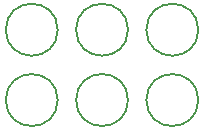
<source format=gbr>
%TF.GenerationSoftware,KiCad,Pcbnew,(7.0.0)*%
%TF.CreationDate,2023-05-29T16:26:44+02:00*%
%TF.ProjectId,the PETER keyboard,74686520-5045-4544-9552-206b6579626f,rev?*%
%TF.SameCoordinates,Original*%
%TF.FileFunction,Other,Comment*%
%FSLAX46Y46*%
G04 Gerber Fmt 4.6, Leading zero omitted, Abs format (unit mm)*
G04 Created by KiCad (PCBNEW (7.0.0)) date 2023-05-29 16:26:44*
%MOMM*%
%LPD*%
G01*
G04 APERTURE LIST*
%ADD10C,0.150000*%
G04 APERTURE END LIST*
D10*
%TO.C,H2*%
X44262500Y-160337500D02*
G75*
G03*
X44262500Y-160337500I-2200000J0D01*
G01*
%TO.C,H1*%
X44262500Y-154387500D02*
G75*
G03*
X44262500Y-154387500I-2200000J0D01*
G01*
%TO.C,H4*%
X38312500Y-154387500D02*
G75*
G03*
X38312500Y-154387500I-2200000J0D01*
G01*
%TO.C,H5*%
X32362500Y-154387500D02*
G75*
G03*
X32362500Y-154387500I-2200000J0D01*
G01*
%TO.C,H3*%
X38312500Y-160337500D02*
G75*
G03*
X38312500Y-160337500I-2200000J0D01*
G01*
%TO.C,H6*%
X32362500Y-160337500D02*
G75*
G03*
X32362500Y-160337500I-2200000J0D01*
G01*
%TD*%
M02*

</source>
